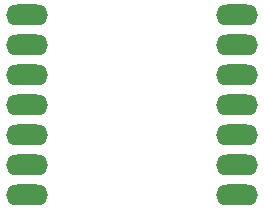
<source format=gbp>
G04 #@! TF.GenerationSoftware,KiCad,Pcbnew,8.0.5*
G04 #@! TF.CreationDate,2024-10-14T18:30:02-05:00*
G04 #@! TF.ProjectId,morg_grad_cap,6d6f7267-5f67-4726-9164-5f6361702e6b,rev?*
G04 #@! TF.SameCoordinates,Original*
G04 #@! TF.FileFunction,Paste,Bot*
G04 #@! TF.FilePolarity,Positive*
%FSLAX46Y46*%
G04 Gerber Fmt 4.6, Leading zero omitted, Abs format (unit mm)*
G04 Created by KiCad (PCBNEW 8.0.5) date 2024-10-14 18:30:02*
%MOMM*%
%LPD*%
G01*
G04 APERTURE LIST*
%ADD10O,3.556000X1.778000*%
G04 APERTURE END LIST*
D10*
X129539999Y-3459998D03*
X129539999Y-6000002D03*
X129539999Y-8539999D03*
X129540002Y-11080002D03*
X129539999Y-13620000D03*
X129540001Y-16160004D03*
X129540002Y-18700002D03*
X111760000Y-18700000D03*
X111760000Y-16159999D03*
X111759999Y-13620001D03*
X111759998Y-11080001D03*
X111759993Y-8540000D03*
X111759999Y-6000001D03*
X111760000Y-3460001D03*
M02*

</source>
